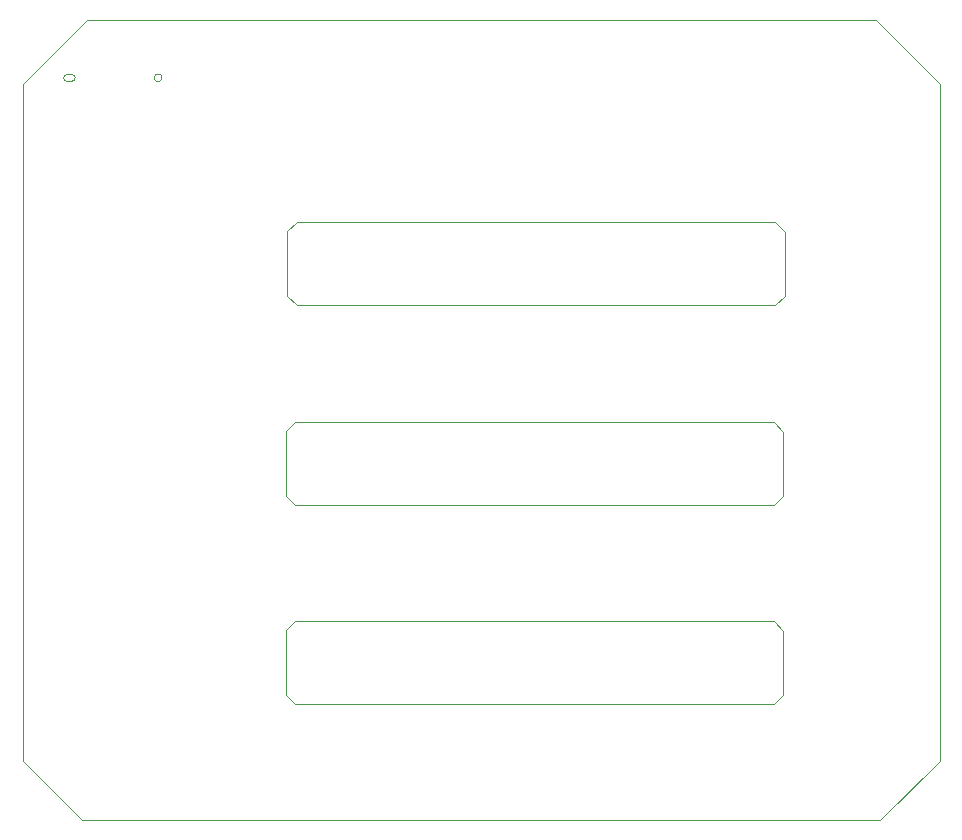
<source format=gm1>
G04*
G04 #@! TF.GenerationSoftware,Altium Limited,Altium Designer,24.0.1 (36)*
G04*
G04 Layer_Color=16711935*
%FSLAX44Y44*%
%MOMM*%
G71*
G04*
G04 #@! TF.SameCoordinates,6F16000C-B149-46FA-B592-FBC60BD1AF14*
G04*
G04*
G04 #@! TF.FilePolarity,Positive*
G04*
G01*
G75*
%ADD127C,0.0051*%
%ADD128C,0.0127*%
D127*
X117762Y628397D02*
G03*
X117762Y628397I-3300J0D01*
G01*
X37262Y631296D02*
G03*
X34520Y628396I162J-2900D01*
G01*
X44281Y628397D02*
G03*
X41402Y631297I-2900J0D01*
G01*
Y625497D02*
G03*
X44281Y628397I-21J2900D01*
G01*
X34520Y628396D02*
G03*
X37280Y625496I2904J0D01*
G01*
X37262Y631296D02*
X41402Y631297D01*
X37280Y625496D02*
X41402Y625497D01*
D128*
X63Y50064D02*
X50064Y63D01*
X63Y50064D02*
X83Y623144D01*
X54173Y677194D01*
X722094D01*
X776094Y623194D01*
X776074Y50064D02*
X776094Y623194D01*
X726074Y63D02*
X776074Y50064D01*
X50064Y63D02*
X726074D01*
X222644Y106013D02*
X230644Y98083D01*
X635813D01*
X643813Y106083D01*
X643833Y160294D01*
X635834Y168293D02*
X643833Y160294D01*
X230664Y168293D02*
X635834D01*
X222663Y160644D02*
X230664Y168293D01*
X222644Y106013D02*
X222663Y160644D01*
X230644Y266313D02*
X635813Y266383D01*
X643813Y274384D01*
X643833Y328593D01*
X635834Y336594D02*
X643833Y328593D01*
X230664Y336594D02*
X635834D01*
X222663Y328943D02*
X230664Y336594D01*
X222644Y274314D02*
X222663Y328943D01*
X222644Y274314D02*
X230644Y266313D01*
X231744Y435754D02*
X636913D01*
X644913Y443684D01*
X644923Y497974D01*
X636923Y505974D02*
X644923Y497974D01*
X231763Y505974D02*
X636923D01*
X223764Y498313D02*
X231763Y505974D01*
X223743Y443684D02*
X223764Y498313D01*
X223743Y443684D02*
X231744Y435754D01*
M02*

</source>
